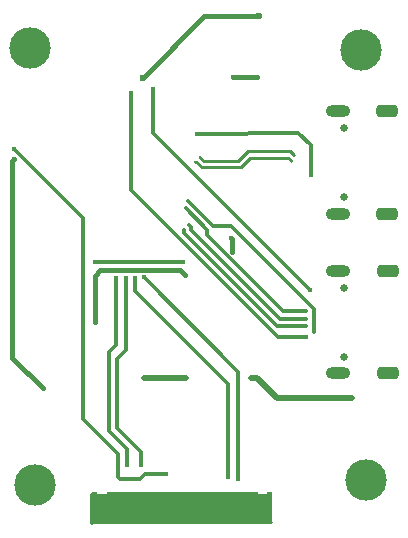
<source format=gbl>
G04*
G04 #@! TF.GenerationSoftware,Altium Limited,Altium Designer,23.4.1 (23)*
G04*
G04 Layer_Physical_Order=2*
G04 Layer_Color=16711680*
%FSLAX44Y44*%
%MOMM*%
G71*
G04*
G04 #@! TF.SameCoordinates,D1F9F651-E120-4EB1-B4AC-D2E1D016148F*
G04*
G04*
G04 #@! TF.FilePolarity,Positive*
G04*
G01*
G75*
%ADD10C,0.2500*%
%ADD11C,0.3000*%
%ADD50C,0.5000*%
%ADD51C,0.4000*%
G04:AMPARAMS|DCode=52|XSize=1.8mm|YSize=1mm|CornerRadius=0.25mm|HoleSize=0mm|Usage=FLASHONLY|Rotation=180.000|XOffset=0mm|YOffset=0mm|HoleType=Round|Shape=RoundedRectangle|*
%AMROUNDEDRECTD52*
21,1,1.8000,0.5000,0,0,180.0*
21,1,1.3000,1.0000,0,0,180.0*
1,1,0.5000,-0.6500,0.2500*
1,1,0.5000,0.6500,0.2500*
1,1,0.5000,0.6500,-0.2500*
1,1,0.5000,-0.6500,-0.2500*
%
%ADD52ROUNDEDRECTD52*%
%ADD53O,2.1000X1.0000*%
%ADD54C,0.6500*%
%ADD55C,3.5000*%
%ADD56C,0.5000*%
%ADD57C,0.4000*%
%ADD58C,0.3000*%
%ADD59C,0.6000*%
G36*
X1654302Y354076D02*
X1654653Y353725D01*
X1654167Y352552D01*
X1503172D01*
X1501902Y351282D01*
X1500124Y353060D01*
Y377952D01*
X1501902Y379730D01*
X1505988D01*
Y378680D01*
X1506305Y377915D01*
X1507070Y377598D01*
X1513070D01*
X1513835Y377915D01*
X1514152Y378680D01*
Y379730D01*
X1641988D01*
Y378680D01*
X1642305Y377915D01*
X1643070Y377598D01*
X1649070D01*
X1649835Y377915D01*
X1650152Y378680D01*
Y379730D01*
X1654302D01*
Y354076D01*
D02*
G37*
D10*
X1594504Y654257D02*
X1627742D01*
X1593445Y662444D02*
Y662797D01*
X1669340Y667841D02*
X1672336Y664845D01*
X1596592Y659297D02*
X1624948D01*
X1672336Y664845D02*
X1672717D01*
X1633491Y667841D02*
X1669340D01*
X1627742Y654257D02*
X1635786Y662301D01*
X1593445Y662444D02*
X1596592Y659297D01*
X1593195Y663047D02*
X1593445Y662797D01*
X1667752Y662301D02*
X1669800Y660253D01*
X1589632Y659130D02*
X1594504Y654257D01*
X1589278Y659130D02*
X1589632D01*
X1635786Y662301D02*
X1667752D01*
X1624948Y659297D02*
X1633491Y667841D01*
X1669800Y659927D02*
Y660253D01*
Y659927D02*
X1670070Y659658D01*
D11*
X1521968Y532376D02*
Y560578D01*
Y532376D02*
X1522222Y532122D01*
Y504190D02*
Y532122D01*
X1516126Y498094D02*
X1522222Y504190D01*
X1530220Y499483D02*
Y560454D01*
X1530096Y560578D02*
X1530220Y560454D01*
X1538224Y549656D02*
Y560832D01*
Y549656D02*
X1617218Y470662D01*
X1545590Y561086D02*
X1625346Y481330D01*
Y390398D02*
Y481330D01*
X1579674Y598884D02*
Y601449D01*
X1585214Y601179D02*
Y603743D01*
X1579674Y598884D02*
X1658366Y520192D01*
X1585214Y601179D02*
X1660661Y525732D01*
X1583591Y605366D02*
X1585214Y603743D01*
X1658366Y520192D02*
X1682750D01*
X1660661Y525732D02*
X1682750D01*
X1599395Y596689D02*
Y601515D01*
X1663446Y532638D02*
X1683004D01*
X1599395Y596689D02*
X1663446Y532638D01*
X1534922Y635000D02*
X1659382Y510540D01*
X1682750D01*
X1603756Y604266D02*
X1619758D01*
X1581150Y619760D02*
X1599395Y601515D01*
X1582674Y625348D02*
X1603756Y604266D01*
X1619758D02*
X1689862Y534162D01*
Y515112D02*
Y534162D01*
X1553210Y683514D02*
Y720598D01*
Y683514D02*
X1686306Y550418D01*
X1504188Y574294D02*
X1578864D01*
X1435354Y669798D02*
X1494028Y611124D01*
Y441198D02*
Y611124D01*
X1516126Y431292D02*
X1531557Y415861D01*
Y402781D02*
Y415861D01*
X1531366Y402590D02*
X1531557Y402781D01*
X1543304Y402336D02*
Y413004D01*
X1522984Y433324D02*
X1543304Y413004D01*
X1546841Y394462D02*
X1564132D01*
X1542523Y390144D02*
X1546841Y394462D01*
X1525503Y390144D02*
X1542523D01*
X1523746Y391901D02*
X1525503Y390144D01*
X1523746Y391901D02*
Y411480D01*
X1534922Y635000D02*
Y717550D01*
X1590802Y682244D02*
X1633101D01*
X1634371Y683514D01*
X1676400D01*
X1686814Y673100D01*
Y647954D02*
Y673100D01*
X1494028Y441198D02*
X1523746Y411480D01*
X1516126Y431292D02*
Y498094D01*
X1522984Y433324D02*
Y492247D01*
X1530220Y499483D01*
X1617218Y392176D02*
Y470662D01*
D50*
X1545590Y475996D02*
X1581150D01*
X1641348D02*
X1658366Y458978D01*
X1636014Y475996D02*
X1641348D01*
X1658366Y458978D02*
X1722120D01*
D51*
X1619250Y594614D02*
X1620146Y593718D01*
Y582302D02*
Y593718D01*
X1576070Y567436D02*
X1580642Y562864D01*
X1503906Y562582D02*
X1508760Y567436D01*
X1576070D01*
X1503906Y522958D02*
Y562582D01*
X1434338Y493014D02*
Y659638D01*
X1435608Y660908D01*
X1434338Y493014D02*
X1459992Y467360D01*
X1544574Y729742D02*
X1596898Y782066D01*
X1643126D01*
X1621282Y730504D02*
X1621536Y730758D01*
X1641094D01*
D52*
X1752092Y479786D02*
D03*
Y566186D02*
D03*
X1751838Y615168D02*
D03*
Y701568D02*
D03*
D53*
X1710292Y479786D02*
D03*
Y566186D02*
D03*
X1710038Y615168D02*
D03*
Y701568D02*
D03*
D54*
X1715292Y551886D02*
D03*
Y494086D02*
D03*
X1715038Y687268D02*
D03*
Y629468D02*
D03*
D55*
X1734058Y389890D02*
D03*
X1449578Y755650D02*
D03*
X1729486Y753872D02*
D03*
X1453642Y385572D02*
D03*
D56*
X1545590Y475996D02*
D03*
X1581150D02*
D03*
X1636014D02*
D03*
X1722120Y458978D02*
D03*
D57*
X1521968Y560578D02*
D03*
X1530096D02*
D03*
X1538224Y560832D02*
D03*
X1545590Y561086D02*
D03*
X1620146Y582302D02*
D03*
X1686306Y550418D02*
D03*
X1619250Y594614D02*
D03*
X1580642Y562864D02*
D03*
X1578864Y574294D02*
D03*
X1503906Y522958D02*
D03*
X1435608Y660908D02*
D03*
X1435354Y669798D02*
D03*
X1459992Y467360D02*
D03*
X1627886Y367792D02*
D03*
X1519428Y371856D02*
D03*
X1552956Y374904D02*
D03*
X1531366Y402590D02*
D03*
X1543304Y402336D02*
D03*
X1564132Y394462D02*
D03*
X1534922Y717550D02*
D03*
X1682750Y510540D02*
D03*
X1553210Y720598D02*
D03*
X1641094Y730758D02*
D03*
X1621282Y730504D02*
D03*
X1590802Y682244D02*
D03*
X1686814Y647954D02*
D03*
X1504188Y574294D02*
D03*
X1617218Y392176D02*
D03*
X1625346Y390398D02*
D03*
D58*
X1579674Y601449D02*
D03*
X1683004Y532638D02*
D03*
X1689862Y515112D02*
D03*
X1582674Y625348D02*
D03*
X1581150Y619760D02*
D03*
X1593195Y663047D02*
D03*
X1589278Y659130D02*
D03*
X1682750Y525732D02*
D03*
Y520192D02*
D03*
X1583591Y605366D02*
D03*
X1672844Y664718D02*
D03*
X1670050Y659638D02*
D03*
D59*
X1544574Y729742D02*
D03*
X1643126Y782066D02*
D03*
M02*

</source>
